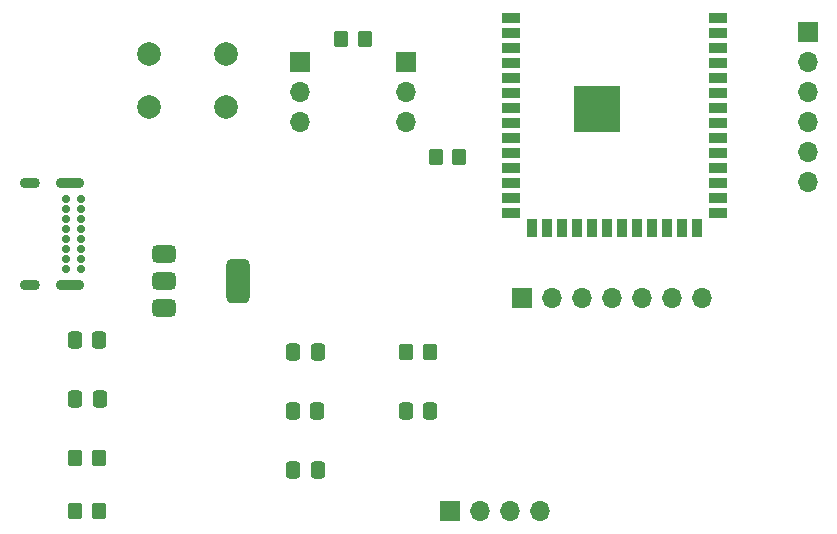
<source format=gbr>
G04 #@! TF.GenerationSoftware,KiCad,Pcbnew,8.0.4*
G04 #@! TF.CreationDate,2024-10-11T16:18:39-05:00*
G04 #@! TF.ProjectId,final_project_v0.1,66696e61-6c5f-4707-926f-6a6563745f76,rev?*
G04 #@! TF.SameCoordinates,Original*
G04 #@! TF.FileFunction,Soldermask,Top*
G04 #@! TF.FilePolarity,Negative*
%FSLAX46Y46*%
G04 Gerber Fmt 4.6, Leading zero omitted, Abs format (unit mm)*
G04 Created by KiCad (PCBNEW 8.0.4) date 2024-10-11 16:18:39*
%MOMM*%
%LPD*%
G01*
G04 APERTURE LIST*
G04 Aperture macros list*
%AMRoundRect*
0 Rectangle with rounded corners*
0 $1 Rounding radius*
0 $2 $3 $4 $5 $6 $7 $8 $9 X,Y pos of 4 corners*
0 Add a 4 corners polygon primitive as box body*
4,1,4,$2,$3,$4,$5,$6,$7,$8,$9,$2,$3,0*
0 Add four circle primitives for the rounded corners*
1,1,$1+$1,$2,$3*
1,1,$1+$1,$4,$5*
1,1,$1+$1,$6,$7*
1,1,$1+$1,$8,$9*
0 Add four rect primitives between the rounded corners*
20,1,$1+$1,$2,$3,$4,$5,0*
20,1,$1+$1,$4,$5,$6,$7,0*
20,1,$1+$1,$6,$7,$8,$9,0*
20,1,$1+$1,$8,$9,$2,$3,0*%
G04 Aperture macros list end*
%ADD10R,1.700000X1.700000*%
%ADD11O,1.700000X1.700000*%
%ADD12RoundRect,0.250000X0.350000X0.450000X-0.350000X0.450000X-0.350000X-0.450000X0.350000X-0.450000X0*%
%ADD13RoundRect,0.250000X0.337500X0.475000X-0.337500X0.475000X-0.337500X-0.475000X0.337500X-0.475000X0*%
%ADD14RoundRect,0.250000X-0.337500X-0.475000X0.337500X-0.475000X0.337500X0.475000X-0.337500X0.475000X0*%
%ADD15RoundRect,0.250000X-0.350000X-0.450000X0.350000X-0.450000X0.350000X0.450000X-0.350000X0.450000X0*%
%ADD16C,2.000000*%
%ADD17C,0.700000*%
%ADD18O,2.400000X0.900000*%
%ADD19O,1.700000X0.900000*%
%ADD20R,1.500000X0.900000*%
%ADD21R,0.900000X1.500000*%
%ADD22C,0.600000*%
%ADD23R,3.900000X3.900000*%
%ADD24RoundRect,0.375000X-0.625000X-0.375000X0.625000X-0.375000X0.625000X0.375000X-0.625000X0.375000X0*%
%ADD25RoundRect,0.500000X-0.500000X-1.400000X0.500000X-1.400000X0.500000X1.400000X-0.500000X1.400000X0*%
G04 APERTURE END LIST*
D10*
G04 #@! TO.C,MICCLK1*
X133500000Y-78000000D03*
D11*
X133500000Y-80540000D03*
X133500000Y-83080000D03*
G04 #@! TD*
D12*
G04 #@! TO.C,R2*
X130000000Y-76000000D03*
X128000000Y-76000000D03*
G04 #@! TD*
D13*
G04 #@! TO.C,C5*
X135537500Y-107500000D03*
X133462500Y-107500000D03*
G04 #@! TD*
G04 #@! TO.C,C3*
X126000000Y-107500000D03*
X123925000Y-107500000D03*
G04 #@! TD*
D14*
G04 #@! TO.C,C1*
X105462500Y-101500000D03*
X107537500Y-101500000D03*
G04 #@! TD*
D13*
G04 #@! TO.C,C4*
X126037500Y-112500000D03*
X123962500Y-112500000D03*
G04 #@! TD*
D10*
G04 #@! TO.C,LCDDisplay1*
X137200000Y-116000000D03*
D11*
X139740000Y-116000000D03*
X142280000Y-116000000D03*
X144820000Y-116000000D03*
G04 #@! TD*
D10*
G04 #@! TO.C,AudioAmplifier1*
X143340000Y-97920000D03*
D11*
X145880000Y-97920000D03*
X148420000Y-97920000D03*
X150960000Y-97920000D03*
X153500000Y-97920000D03*
X156040000Y-97920000D03*
X158580000Y-97920000D03*
G04 #@! TD*
D15*
G04 #@! TO.C,R3*
X133500000Y-102500000D03*
X135500000Y-102500000D03*
G04 #@! TD*
D10*
G04 #@! TO.C,DebugSerialPort1*
X167500000Y-75460000D03*
D11*
X167500000Y-78000000D03*
X167500000Y-80540000D03*
X167500000Y-83080000D03*
X167500000Y-85620000D03*
X167500000Y-88160000D03*
G04 #@! TD*
D13*
G04 #@! TO.C,C2*
X126037500Y-102500000D03*
X123962500Y-102500000D03*
G04 #@! TD*
D15*
G04 #@! TO.C,R5*
X105500000Y-111500000D03*
X107500000Y-111500000D03*
G04 #@! TD*
D16*
G04 #@! TO.C,SW1*
X111750000Y-77250000D03*
X118250000Y-77250000D03*
X111750000Y-81750000D03*
X118250000Y-81750000D03*
G04 #@! TD*
D10*
G04 #@! TO.C,MICDA1*
X124500000Y-77960000D03*
D11*
X124500000Y-80500000D03*
X124500000Y-83040000D03*
G04 #@! TD*
D17*
G04 #@! TO.C,J1*
X106025000Y-89525000D03*
X106025000Y-90375000D03*
X106025000Y-91225000D03*
X106025000Y-92075000D03*
X106025000Y-92925000D03*
X106025000Y-93775000D03*
X106025000Y-94625000D03*
X106025000Y-95475000D03*
X104675000Y-95475000D03*
X104675000Y-94625000D03*
X104675000Y-93775000D03*
X104675000Y-92925000D03*
X104675000Y-92075000D03*
X104675000Y-91225000D03*
X104675000Y-90375000D03*
X104675000Y-89525000D03*
D18*
X105045000Y-88175000D03*
D19*
X101665000Y-88175000D03*
D18*
X105045000Y-96825000D03*
D19*
X101665000Y-96825000D03*
G04 #@! TD*
D20*
G04 #@! TO.C,U1*
X142425000Y-74240000D03*
X142425000Y-75510000D03*
X142425000Y-76780000D03*
X142425000Y-78050000D03*
X142425000Y-79320000D03*
X142425000Y-80590000D03*
X142425000Y-81860000D03*
X142425000Y-83130000D03*
X142425000Y-84400000D03*
X142425000Y-85670000D03*
X142425000Y-86940000D03*
X142425000Y-88210000D03*
X142425000Y-89480000D03*
X142425000Y-90750000D03*
D21*
X144190000Y-92000000D03*
X145460000Y-92000000D03*
X146730000Y-92000000D03*
X148000000Y-92000000D03*
X149270000Y-92000000D03*
X150540000Y-92000000D03*
X151810000Y-92000000D03*
X153080000Y-92000000D03*
X154350000Y-92000000D03*
X155620000Y-92000000D03*
X156890000Y-92000000D03*
X158160000Y-92000000D03*
D20*
X159925000Y-90750000D03*
X159925000Y-89480000D03*
X159925000Y-88210000D03*
X159925000Y-86940000D03*
X159925000Y-85670000D03*
X159925000Y-84400000D03*
X159925000Y-83130000D03*
X159925000Y-81860000D03*
X159925000Y-80590000D03*
X159925000Y-79320000D03*
X159925000Y-78050000D03*
X159925000Y-76780000D03*
X159925000Y-75510000D03*
X159925000Y-74240000D03*
D22*
X148275000Y-81260000D03*
X148275000Y-82660000D03*
X148975000Y-80560000D03*
X148975000Y-81960000D03*
X148975000Y-83360000D03*
X149675000Y-81260000D03*
D23*
X149675000Y-81960000D03*
D22*
X149675000Y-82660000D03*
X150375000Y-80560000D03*
X150375000Y-81960000D03*
X150375000Y-83360000D03*
X151075000Y-81260000D03*
X151075000Y-82660000D03*
G04 #@! TD*
D15*
G04 #@! TO.C,R1*
X136000000Y-86000000D03*
X138000000Y-86000000D03*
G04 #@! TD*
D14*
G04 #@! TO.C,C6*
X105500000Y-106500000D03*
X107575000Y-106500000D03*
G04 #@! TD*
D24*
G04 #@! TO.C,U2*
X113000000Y-94200000D03*
X113000000Y-96500000D03*
D25*
X119300000Y-96500000D03*
D24*
X113000000Y-98800000D03*
G04 #@! TD*
D15*
G04 #@! TO.C,R4*
X105500000Y-116000000D03*
X107500000Y-116000000D03*
G04 #@! TD*
M02*

</source>
